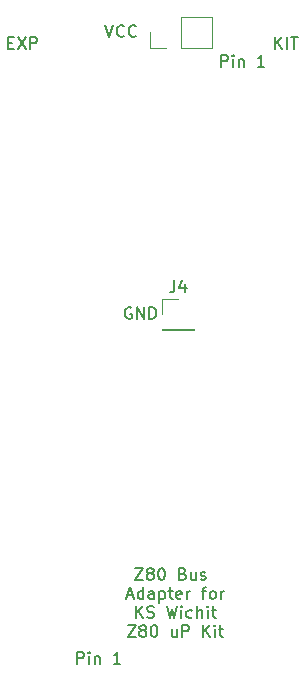
<source format=gto>
G04 #@! TF.GenerationSoftware,KiCad,Pcbnew,7.0.10*
G04 #@! TF.CreationDate,2024-08-03T14:28:38+12:00*
G04 #@! TF.ProjectId,Z80 Bus Adapter,5a383020-4275-4732-9041-646170746572,rev?*
G04 #@! TF.SameCoordinates,Original*
G04 #@! TF.FileFunction,Legend,Top*
G04 #@! TF.FilePolarity,Positive*
%FSLAX46Y46*%
G04 Gerber Fmt 4.6, Leading zero omitted, Abs format (unit mm)*
G04 Created by KiCad (PCBNEW 7.0.10) date 2024-08-03 14:28:38*
%MOMM*%
%LPD*%
G01*
G04 APERTURE LIST*
%ADD10C,0.150000*%
%ADD11C,0.120000*%
%ADD12R,1.700000X1.700000*%
%ADD13O,1.700000X1.700000*%
G04 APERTURE END LIST*
D10*
X119462779Y-39747819D02*
X119462779Y-38747819D01*
X120034207Y-39747819D02*
X119605636Y-39176390D01*
X120034207Y-38747819D02*
X119462779Y-39319247D01*
X120462779Y-39747819D02*
X120462779Y-38747819D01*
X120796112Y-38747819D02*
X121367540Y-38747819D01*
X121081826Y-39747819D02*
X121081826Y-38747819D01*
X102698779Y-91817819D02*
X102698779Y-90817819D01*
X102698779Y-90817819D02*
X103079731Y-90817819D01*
X103079731Y-90817819D02*
X103174969Y-90865438D01*
X103174969Y-90865438D02*
X103222588Y-90913057D01*
X103222588Y-90913057D02*
X103270207Y-91008295D01*
X103270207Y-91008295D02*
X103270207Y-91151152D01*
X103270207Y-91151152D02*
X103222588Y-91246390D01*
X103222588Y-91246390D02*
X103174969Y-91294009D01*
X103174969Y-91294009D02*
X103079731Y-91341628D01*
X103079731Y-91341628D02*
X102698779Y-91341628D01*
X103698779Y-91817819D02*
X103698779Y-91151152D01*
X103698779Y-90817819D02*
X103651160Y-90865438D01*
X103651160Y-90865438D02*
X103698779Y-90913057D01*
X103698779Y-90913057D02*
X103746398Y-90865438D01*
X103746398Y-90865438D02*
X103698779Y-90817819D01*
X103698779Y-90817819D02*
X103698779Y-90913057D01*
X104174969Y-91151152D02*
X104174969Y-91817819D01*
X104174969Y-91246390D02*
X104222588Y-91198771D01*
X104222588Y-91198771D02*
X104317826Y-91151152D01*
X104317826Y-91151152D02*
X104460683Y-91151152D01*
X104460683Y-91151152D02*
X104555921Y-91198771D01*
X104555921Y-91198771D02*
X104603540Y-91294009D01*
X104603540Y-91294009D02*
X104603540Y-91817819D01*
X106365445Y-91817819D02*
X105794017Y-91817819D01*
X106079731Y-91817819D02*
X106079731Y-90817819D01*
X106079731Y-90817819D02*
X105984493Y-90960676D01*
X105984493Y-90960676D02*
X105889255Y-91055914D01*
X105889255Y-91055914D02*
X105794017Y-91103533D01*
X105095922Y-37731819D02*
X105429255Y-38731819D01*
X105429255Y-38731819D02*
X105762588Y-37731819D01*
X106667350Y-38636580D02*
X106619731Y-38684200D01*
X106619731Y-38684200D02*
X106476874Y-38731819D01*
X106476874Y-38731819D02*
X106381636Y-38731819D01*
X106381636Y-38731819D02*
X106238779Y-38684200D01*
X106238779Y-38684200D02*
X106143541Y-38588961D01*
X106143541Y-38588961D02*
X106095922Y-38493723D01*
X106095922Y-38493723D02*
X106048303Y-38303247D01*
X106048303Y-38303247D02*
X106048303Y-38160390D01*
X106048303Y-38160390D02*
X106095922Y-37969914D01*
X106095922Y-37969914D02*
X106143541Y-37874676D01*
X106143541Y-37874676D02*
X106238779Y-37779438D01*
X106238779Y-37779438D02*
X106381636Y-37731819D01*
X106381636Y-37731819D02*
X106476874Y-37731819D01*
X106476874Y-37731819D02*
X106619731Y-37779438D01*
X106619731Y-37779438D02*
X106667350Y-37827057D01*
X107667350Y-38636580D02*
X107619731Y-38684200D01*
X107619731Y-38684200D02*
X107476874Y-38731819D01*
X107476874Y-38731819D02*
X107381636Y-38731819D01*
X107381636Y-38731819D02*
X107238779Y-38684200D01*
X107238779Y-38684200D02*
X107143541Y-38588961D01*
X107143541Y-38588961D02*
X107095922Y-38493723D01*
X107095922Y-38493723D02*
X107048303Y-38303247D01*
X107048303Y-38303247D02*
X107048303Y-38160390D01*
X107048303Y-38160390D02*
X107095922Y-37969914D01*
X107095922Y-37969914D02*
X107143541Y-37874676D01*
X107143541Y-37874676D02*
X107238779Y-37779438D01*
X107238779Y-37779438D02*
X107381636Y-37731819D01*
X107381636Y-37731819D02*
X107476874Y-37731819D01*
X107476874Y-37731819D02*
X107619731Y-37779438D01*
X107619731Y-37779438D02*
X107667350Y-37827057D01*
X107593238Y-83701819D02*
X108259904Y-83701819D01*
X108259904Y-83701819D02*
X107593238Y-84701819D01*
X107593238Y-84701819D02*
X108259904Y-84701819D01*
X108783714Y-84130390D02*
X108688476Y-84082771D01*
X108688476Y-84082771D02*
X108640857Y-84035152D01*
X108640857Y-84035152D02*
X108593238Y-83939914D01*
X108593238Y-83939914D02*
X108593238Y-83892295D01*
X108593238Y-83892295D02*
X108640857Y-83797057D01*
X108640857Y-83797057D02*
X108688476Y-83749438D01*
X108688476Y-83749438D02*
X108783714Y-83701819D01*
X108783714Y-83701819D02*
X108974190Y-83701819D01*
X108974190Y-83701819D02*
X109069428Y-83749438D01*
X109069428Y-83749438D02*
X109117047Y-83797057D01*
X109117047Y-83797057D02*
X109164666Y-83892295D01*
X109164666Y-83892295D02*
X109164666Y-83939914D01*
X109164666Y-83939914D02*
X109117047Y-84035152D01*
X109117047Y-84035152D02*
X109069428Y-84082771D01*
X109069428Y-84082771D02*
X108974190Y-84130390D01*
X108974190Y-84130390D02*
X108783714Y-84130390D01*
X108783714Y-84130390D02*
X108688476Y-84178009D01*
X108688476Y-84178009D02*
X108640857Y-84225628D01*
X108640857Y-84225628D02*
X108593238Y-84320866D01*
X108593238Y-84320866D02*
X108593238Y-84511342D01*
X108593238Y-84511342D02*
X108640857Y-84606580D01*
X108640857Y-84606580D02*
X108688476Y-84654200D01*
X108688476Y-84654200D02*
X108783714Y-84701819D01*
X108783714Y-84701819D02*
X108974190Y-84701819D01*
X108974190Y-84701819D02*
X109069428Y-84654200D01*
X109069428Y-84654200D02*
X109117047Y-84606580D01*
X109117047Y-84606580D02*
X109164666Y-84511342D01*
X109164666Y-84511342D02*
X109164666Y-84320866D01*
X109164666Y-84320866D02*
X109117047Y-84225628D01*
X109117047Y-84225628D02*
X109069428Y-84178009D01*
X109069428Y-84178009D02*
X108974190Y-84130390D01*
X109783714Y-83701819D02*
X109878952Y-83701819D01*
X109878952Y-83701819D02*
X109974190Y-83749438D01*
X109974190Y-83749438D02*
X110021809Y-83797057D01*
X110021809Y-83797057D02*
X110069428Y-83892295D01*
X110069428Y-83892295D02*
X110117047Y-84082771D01*
X110117047Y-84082771D02*
X110117047Y-84320866D01*
X110117047Y-84320866D02*
X110069428Y-84511342D01*
X110069428Y-84511342D02*
X110021809Y-84606580D01*
X110021809Y-84606580D02*
X109974190Y-84654200D01*
X109974190Y-84654200D02*
X109878952Y-84701819D01*
X109878952Y-84701819D02*
X109783714Y-84701819D01*
X109783714Y-84701819D02*
X109688476Y-84654200D01*
X109688476Y-84654200D02*
X109640857Y-84606580D01*
X109640857Y-84606580D02*
X109593238Y-84511342D01*
X109593238Y-84511342D02*
X109545619Y-84320866D01*
X109545619Y-84320866D02*
X109545619Y-84082771D01*
X109545619Y-84082771D02*
X109593238Y-83892295D01*
X109593238Y-83892295D02*
X109640857Y-83797057D01*
X109640857Y-83797057D02*
X109688476Y-83749438D01*
X109688476Y-83749438D02*
X109783714Y-83701819D01*
X111640857Y-84178009D02*
X111783714Y-84225628D01*
X111783714Y-84225628D02*
X111831333Y-84273247D01*
X111831333Y-84273247D02*
X111878952Y-84368485D01*
X111878952Y-84368485D02*
X111878952Y-84511342D01*
X111878952Y-84511342D02*
X111831333Y-84606580D01*
X111831333Y-84606580D02*
X111783714Y-84654200D01*
X111783714Y-84654200D02*
X111688476Y-84701819D01*
X111688476Y-84701819D02*
X111307524Y-84701819D01*
X111307524Y-84701819D02*
X111307524Y-83701819D01*
X111307524Y-83701819D02*
X111640857Y-83701819D01*
X111640857Y-83701819D02*
X111736095Y-83749438D01*
X111736095Y-83749438D02*
X111783714Y-83797057D01*
X111783714Y-83797057D02*
X111831333Y-83892295D01*
X111831333Y-83892295D02*
X111831333Y-83987533D01*
X111831333Y-83987533D02*
X111783714Y-84082771D01*
X111783714Y-84082771D02*
X111736095Y-84130390D01*
X111736095Y-84130390D02*
X111640857Y-84178009D01*
X111640857Y-84178009D02*
X111307524Y-84178009D01*
X112736095Y-84035152D02*
X112736095Y-84701819D01*
X112307524Y-84035152D02*
X112307524Y-84558961D01*
X112307524Y-84558961D02*
X112355143Y-84654200D01*
X112355143Y-84654200D02*
X112450381Y-84701819D01*
X112450381Y-84701819D02*
X112593238Y-84701819D01*
X112593238Y-84701819D02*
X112688476Y-84654200D01*
X112688476Y-84654200D02*
X112736095Y-84606580D01*
X113164667Y-84654200D02*
X113259905Y-84701819D01*
X113259905Y-84701819D02*
X113450381Y-84701819D01*
X113450381Y-84701819D02*
X113545619Y-84654200D01*
X113545619Y-84654200D02*
X113593238Y-84558961D01*
X113593238Y-84558961D02*
X113593238Y-84511342D01*
X113593238Y-84511342D02*
X113545619Y-84416104D01*
X113545619Y-84416104D02*
X113450381Y-84368485D01*
X113450381Y-84368485D02*
X113307524Y-84368485D01*
X113307524Y-84368485D02*
X113212286Y-84320866D01*
X113212286Y-84320866D02*
X113164667Y-84225628D01*
X113164667Y-84225628D02*
X113164667Y-84178009D01*
X113164667Y-84178009D02*
X113212286Y-84082771D01*
X113212286Y-84082771D02*
X113307524Y-84035152D01*
X113307524Y-84035152D02*
X113450381Y-84035152D01*
X113450381Y-84035152D02*
X113545619Y-84082771D01*
X106950380Y-86026104D02*
X107426570Y-86026104D01*
X106855142Y-86311819D02*
X107188475Y-85311819D01*
X107188475Y-85311819D02*
X107521808Y-86311819D01*
X108283713Y-86311819D02*
X108283713Y-85311819D01*
X108283713Y-86264200D02*
X108188475Y-86311819D01*
X108188475Y-86311819D02*
X107997999Y-86311819D01*
X107997999Y-86311819D02*
X107902761Y-86264200D01*
X107902761Y-86264200D02*
X107855142Y-86216580D01*
X107855142Y-86216580D02*
X107807523Y-86121342D01*
X107807523Y-86121342D02*
X107807523Y-85835628D01*
X107807523Y-85835628D02*
X107855142Y-85740390D01*
X107855142Y-85740390D02*
X107902761Y-85692771D01*
X107902761Y-85692771D02*
X107997999Y-85645152D01*
X107997999Y-85645152D02*
X108188475Y-85645152D01*
X108188475Y-85645152D02*
X108283713Y-85692771D01*
X109188475Y-86311819D02*
X109188475Y-85788009D01*
X109188475Y-85788009D02*
X109140856Y-85692771D01*
X109140856Y-85692771D02*
X109045618Y-85645152D01*
X109045618Y-85645152D02*
X108855142Y-85645152D01*
X108855142Y-85645152D02*
X108759904Y-85692771D01*
X109188475Y-86264200D02*
X109093237Y-86311819D01*
X109093237Y-86311819D02*
X108855142Y-86311819D01*
X108855142Y-86311819D02*
X108759904Y-86264200D01*
X108759904Y-86264200D02*
X108712285Y-86168961D01*
X108712285Y-86168961D02*
X108712285Y-86073723D01*
X108712285Y-86073723D02*
X108759904Y-85978485D01*
X108759904Y-85978485D02*
X108855142Y-85930866D01*
X108855142Y-85930866D02*
X109093237Y-85930866D01*
X109093237Y-85930866D02*
X109188475Y-85883247D01*
X109664666Y-85645152D02*
X109664666Y-86645152D01*
X109664666Y-85692771D02*
X109759904Y-85645152D01*
X109759904Y-85645152D02*
X109950380Y-85645152D01*
X109950380Y-85645152D02*
X110045618Y-85692771D01*
X110045618Y-85692771D02*
X110093237Y-85740390D01*
X110093237Y-85740390D02*
X110140856Y-85835628D01*
X110140856Y-85835628D02*
X110140856Y-86121342D01*
X110140856Y-86121342D02*
X110093237Y-86216580D01*
X110093237Y-86216580D02*
X110045618Y-86264200D01*
X110045618Y-86264200D02*
X109950380Y-86311819D01*
X109950380Y-86311819D02*
X109759904Y-86311819D01*
X109759904Y-86311819D02*
X109664666Y-86264200D01*
X110426571Y-85645152D02*
X110807523Y-85645152D01*
X110569428Y-85311819D02*
X110569428Y-86168961D01*
X110569428Y-86168961D02*
X110617047Y-86264200D01*
X110617047Y-86264200D02*
X110712285Y-86311819D01*
X110712285Y-86311819D02*
X110807523Y-86311819D01*
X111521809Y-86264200D02*
X111426571Y-86311819D01*
X111426571Y-86311819D02*
X111236095Y-86311819D01*
X111236095Y-86311819D02*
X111140857Y-86264200D01*
X111140857Y-86264200D02*
X111093238Y-86168961D01*
X111093238Y-86168961D02*
X111093238Y-85788009D01*
X111093238Y-85788009D02*
X111140857Y-85692771D01*
X111140857Y-85692771D02*
X111236095Y-85645152D01*
X111236095Y-85645152D02*
X111426571Y-85645152D01*
X111426571Y-85645152D02*
X111521809Y-85692771D01*
X111521809Y-85692771D02*
X111569428Y-85788009D01*
X111569428Y-85788009D02*
X111569428Y-85883247D01*
X111569428Y-85883247D02*
X111093238Y-85978485D01*
X111998000Y-86311819D02*
X111998000Y-85645152D01*
X111998000Y-85835628D02*
X112045619Y-85740390D01*
X112045619Y-85740390D02*
X112093238Y-85692771D01*
X112093238Y-85692771D02*
X112188476Y-85645152D01*
X112188476Y-85645152D02*
X112283714Y-85645152D01*
X113236096Y-85645152D02*
X113617048Y-85645152D01*
X113378953Y-86311819D02*
X113378953Y-85454676D01*
X113378953Y-85454676D02*
X113426572Y-85359438D01*
X113426572Y-85359438D02*
X113521810Y-85311819D01*
X113521810Y-85311819D02*
X113617048Y-85311819D01*
X114093239Y-86311819D02*
X113998001Y-86264200D01*
X113998001Y-86264200D02*
X113950382Y-86216580D01*
X113950382Y-86216580D02*
X113902763Y-86121342D01*
X113902763Y-86121342D02*
X113902763Y-85835628D01*
X113902763Y-85835628D02*
X113950382Y-85740390D01*
X113950382Y-85740390D02*
X113998001Y-85692771D01*
X113998001Y-85692771D02*
X114093239Y-85645152D01*
X114093239Y-85645152D02*
X114236096Y-85645152D01*
X114236096Y-85645152D02*
X114331334Y-85692771D01*
X114331334Y-85692771D02*
X114378953Y-85740390D01*
X114378953Y-85740390D02*
X114426572Y-85835628D01*
X114426572Y-85835628D02*
X114426572Y-86121342D01*
X114426572Y-86121342D02*
X114378953Y-86216580D01*
X114378953Y-86216580D02*
X114331334Y-86264200D01*
X114331334Y-86264200D02*
X114236096Y-86311819D01*
X114236096Y-86311819D02*
X114093239Y-86311819D01*
X114855144Y-86311819D02*
X114855144Y-85645152D01*
X114855144Y-85835628D02*
X114902763Y-85740390D01*
X114902763Y-85740390D02*
X114950382Y-85692771D01*
X114950382Y-85692771D02*
X115045620Y-85645152D01*
X115045620Y-85645152D02*
X115140858Y-85645152D01*
X107664667Y-87921819D02*
X107664667Y-86921819D01*
X108236095Y-87921819D02*
X107807524Y-87350390D01*
X108236095Y-86921819D02*
X107664667Y-87493247D01*
X108617048Y-87874200D02*
X108759905Y-87921819D01*
X108759905Y-87921819D02*
X108998000Y-87921819D01*
X108998000Y-87921819D02*
X109093238Y-87874200D01*
X109093238Y-87874200D02*
X109140857Y-87826580D01*
X109140857Y-87826580D02*
X109188476Y-87731342D01*
X109188476Y-87731342D02*
X109188476Y-87636104D01*
X109188476Y-87636104D02*
X109140857Y-87540866D01*
X109140857Y-87540866D02*
X109093238Y-87493247D01*
X109093238Y-87493247D02*
X108998000Y-87445628D01*
X108998000Y-87445628D02*
X108807524Y-87398009D01*
X108807524Y-87398009D02*
X108712286Y-87350390D01*
X108712286Y-87350390D02*
X108664667Y-87302771D01*
X108664667Y-87302771D02*
X108617048Y-87207533D01*
X108617048Y-87207533D02*
X108617048Y-87112295D01*
X108617048Y-87112295D02*
X108664667Y-87017057D01*
X108664667Y-87017057D02*
X108712286Y-86969438D01*
X108712286Y-86969438D02*
X108807524Y-86921819D01*
X108807524Y-86921819D02*
X109045619Y-86921819D01*
X109045619Y-86921819D02*
X109188476Y-86969438D01*
X110283715Y-86921819D02*
X110521810Y-87921819D01*
X110521810Y-87921819D02*
X110712286Y-87207533D01*
X110712286Y-87207533D02*
X110902762Y-87921819D01*
X110902762Y-87921819D02*
X111140858Y-86921819D01*
X111521810Y-87921819D02*
X111521810Y-87255152D01*
X111521810Y-86921819D02*
X111474191Y-86969438D01*
X111474191Y-86969438D02*
X111521810Y-87017057D01*
X111521810Y-87017057D02*
X111569429Y-86969438D01*
X111569429Y-86969438D02*
X111521810Y-86921819D01*
X111521810Y-86921819D02*
X111521810Y-87017057D01*
X112426571Y-87874200D02*
X112331333Y-87921819D01*
X112331333Y-87921819D02*
X112140857Y-87921819D01*
X112140857Y-87921819D02*
X112045619Y-87874200D01*
X112045619Y-87874200D02*
X111998000Y-87826580D01*
X111998000Y-87826580D02*
X111950381Y-87731342D01*
X111950381Y-87731342D02*
X111950381Y-87445628D01*
X111950381Y-87445628D02*
X111998000Y-87350390D01*
X111998000Y-87350390D02*
X112045619Y-87302771D01*
X112045619Y-87302771D02*
X112140857Y-87255152D01*
X112140857Y-87255152D02*
X112331333Y-87255152D01*
X112331333Y-87255152D02*
X112426571Y-87302771D01*
X112855143Y-87921819D02*
X112855143Y-86921819D01*
X113283714Y-87921819D02*
X113283714Y-87398009D01*
X113283714Y-87398009D02*
X113236095Y-87302771D01*
X113236095Y-87302771D02*
X113140857Y-87255152D01*
X113140857Y-87255152D02*
X112998000Y-87255152D01*
X112998000Y-87255152D02*
X112902762Y-87302771D01*
X112902762Y-87302771D02*
X112855143Y-87350390D01*
X113759905Y-87921819D02*
X113759905Y-87255152D01*
X113759905Y-86921819D02*
X113712286Y-86969438D01*
X113712286Y-86969438D02*
X113759905Y-87017057D01*
X113759905Y-87017057D02*
X113807524Y-86969438D01*
X113807524Y-86969438D02*
X113759905Y-86921819D01*
X113759905Y-86921819D02*
X113759905Y-87017057D01*
X114093238Y-87255152D02*
X114474190Y-87255152D01*
X114236095Y-86921819D02*
X114236095Y-87778961D01*
X114236095Y-87778961D02*
X114283714Y-87874200D01*
X114283714Y-87874200D02*
X114378952Y-87921819D01*
X114378952Y-87921819D02*
X114474190Y-87921819D01*
X106974190Y-88531819D02*
X107640856Y-88531819D01*
X107640856Y-88531819D02*
X106974190Y-89531819D01*
X106974190Y-89531819D02*
X107640856Y-89531819D01*
X108164666Y-88960390D02*
X108069428Y-88912771D01*
X108069428Y-88912771D02*
X108021809Y-88865152D01*
X108021809Y-88865152D02*
X107974190Y-88769914D01*
X107974190Y-88769914D02*
X107974190Y-88722295D01*
X107974190Y-88722295D02*
X108021809Y-88627057D01*
X108021809Y-88627057D02*
X108069428Y-88579438D01*
X108069428Y-88579438D02*
X108164666Y-88531819D01*
X108164666Y-88531819D02*
X108355142Y-88531819D01*
X108355142Y-88531819D02*
X108450380Y-88579438D01*
X108450380Y-88579438D02*
X108497999Y-88627057D01*
X108497999Y-88627057D02*
X108545618Y-88722295D01*
X108545618Y-88722295D02*
X108545618Y-88769914D01*
X108545618Y-88769914D02*
X108497999Y-88865152D01*
X108497999Y-88865152D02*
X108450380Y-88912771D01*
X108450380Y-88912771D02*
X108355142Y-88960390D01*
X108355142Y-88960390D02*
X108164666Y-88960390D01*
X108164666Y-88960390D02*
X108069428Y-89008009D01*
X108069428Y-89008009D02*
X108021809Y-89055628D01*
X108021809Y-89055628D02*
X107974190Y-89150866D01*
X107974190Y-89150866D02*
X107974190Y-89341342D01*
X107974190Y-89341342D02*
X108021809Y-89436580D01*
X108021809Y-89436580D02*
X108069428Y-89484200D01*
X108069428Y-89484200D02*
X108164666Y-89531819D01*
X108164666Y-89531819D02*
X108355142Y-89531819D01*
X108355142Y-89531819D02*
X108450380Y-89484200D01*
X108450380Y-89484200D02*
X108497999Y-89436580D01*
X108497999Y-89436580D02*
X108545618Y-89341342D01*
X108545618Y-89341342D02*
X108545618Y-89150866D01*
X108545618Y-89150866D02*
X108497999Y-89055628D01*
X108497999Y-89055628D02*
X108450380Y-89008009D01*
X108450380Y-89008009D02*
X108355142Y-88960390D01*
X109164666Y-88531819D02*
X109259904Y-88531819D01*
X109259904Y-88531819D02*
X109355142Y-88579438D01*
X109355142Y-88579438D02*
X109402761Y-88627057D01*
X109402761Y-88627057D02*
X109450380Y-88722295D01*
X109450380Y-88722295D02*
X109497999Y-88912771D01*
X109497999Y-88912771D02*
X109497999Y-89150866D01*
X109497999Y-89150866D02*
X109450380Y-89341342D01*
X109450380Y-89341342D02*
X109402761Y-89436580D01*
X109402761Y-89436580D02*
X109355142Y-89484200D01*
X109355142Y-89484200D02*
X109259904Y-89531819D01*
X109259904Y-89531819D02*
X109164666Y-89531819D01*
X109164666Y-89531819D02*
X109069428Y-89484200D01*
X109069428Y-89484200D02*
X109021809Y-89436580D01*
X109021809Y-89436580D02*
X108974190Y-89341342D01*
X108974190Y-89341342D02*
X108926571Y-89150866D01*
X108926571Y-89150866D02*
X108926571Y-88912771D01*
X108926571Y-88912771D02*
X108974190Y-88722295D01*
X108974190Y-88722295D02*
X109021809Y-88627057D01*
X109021809Y-88627057D02*
X109069428Y-88579438D01*
X109069428Y-88579438D02*
X109164666Y-88531819D01*
X111117047Y-88865152D02*
X111117047Y-89531819D01*
X110688476Y-88865152D02*
X110688476Y-89388961D01*
X110688476Y-89388961D02*
X110736095Y-89484200D01*
X110736095Y-89484200D02*
X110831333Y-89531819D01*
X110831333Y-89531819D02*
X110974190Y-89531819D01*
X110974190Y-89531819D02*
X111069428Y-89484200D01*
X111069428Y-89484200D02*
X111117047Y-89436580D01*
X111593238Y-89531819D02*
X111593238Y-88531819D01*
X111593238Y-88531819D02*
X111974190Y-88531819D01*
X111974190Y-88531819D02*
X112069428Y-88579438D01*
X112069428Y-88579438D02*
X112117047Y-88627057D01*
X112117047Y-88627057D02*
X112164666Y-88722295D01*
X112164666Y-88722295D02*
X112164666Y-88865152D01*
X112164666Y-88865152D02*
X112117047Y-88960390D01*
X112117047Y-88960390D02*
X112069428Y-89008009D01*
X112069428Y-89008009D02*
X111974190Y-89055628D01*
X111974190Y-89055628D02*
X111593238Y-89055628D01*
X113355143Y-89531819D02*
X113355143Y-88531819D01*
X113926571Y-89531819D02*
X113498000Y-88960390D01*
X113926571Y-88531819D02*
X113355143Y-89103247D01*
X114355143Y-89531819D02*
X114355143Y-88865152D01*
X114355143Y-88531819D02*
X114307524Y-88579438D01*
X114307524Y-88579438D02*
X114355143Y-88627057D01*
X114355143Y-88627057D02*
X114402762Y-88579438D01*
X114402762Y-88579438D02*
X114355143Y-88531819D01*
X114355143Y-88531819D02*
X114355143Y-88627057D01*
X114688476Y-88865152D02*
X115069428Y-88865152D01*
X114831333Y-88531819D02*
X114831333Y-89388961D01*
X114831333Y-89388961D02*
X114878952Y-89484200D01*
X114878952Y-89484200D02*
X114974190Y-89531819D01*
X114974190Y-89531819D02*
X115069428Y-89531819D01*
X96856779Y-39224009D02*
X97190112Y-39224009D01*
X97332969Y-39747819D02*
X96856779Y-39747819D01*
X96856779Y-39747819D02*
X96856779Y-38747819D01*
X96856779Y-38747819D02*
X97332969Y-38747819D01*
X97666303Y-38747819D02*
X98332969Y-39747819D01*
X98332969Y-38747819D02*
X97666303Y-39747819D01*
X98713922Y-39747819D02*
X98713922Y-38747819D01*
X98713922Y-38747819D02*
X99094874Y-38747819D01*
X99094874Y-38747819D02*
X99190112Y-38795438D01*
X99190112Y-38795438D02*
X99237731Y-38843057D01*
X99237731Y-38843057D02*
X99285350Y-38938295D01*
X99285350Y-38938295D02*
X99285350Y-39081152D01*
X99285350Y-39081152D02*
X99237731Y-39176390D01*
X99237731Y-39176390D02*
X99190112Y-39224009D01*
X99190112Y-39224009D02*
X99094874Y-39271628D01*
X99094874Y-39271628D02*
X98713922Y-39271628D01*
X107286588Y-61655438D02*
X107191350Y-61607819D01*
X107191350Y-61607819D02*
X107048493Y-61607819D01*
X107048493Y-61607819D02*
X106905636Y-61655438D01*
X106905636Y-61655438D02*
X106810398Y-61750676D01*
X106810398Y-61750676D02*
X106762779Y-61845914D01*
X106762779Y-61845914D02*
X106715160Y-62036390D01*
X106715160Y-62036390D02*
X106715160Y-62179247D01*
X106715160Y-62179247D02*
X106762779Y-62369723D01*
X106762779Y-62369723D02*
X106810398Y-62464961D01*
X106810398Y-62464961D02*
X106905636Y-62560200D01*
X106905636Y-62560200D02*
X107048493Y-62607819D01*
X107048493Y-62607819D02*
X107143731Y-62607819D01*
X107143731Y-62607819D02*
X107286588Y-62560200D01*
X107286588Y-62560200D02*
X107334207Y-62512580D01*
X107334207Y-62512580D02*
X107334207Y-62179247D01*
X107334207Y-62179247D02*
X107143731Y-62179247D01*
X107762779Y-62607819D02*
X107762779Y-61607819D01*
X107762779Y-61607819D02*
X108334207Y-62607819D01*
X108334207Y-62607819D02*
X108334207Y-61607819D01*
X108810398Y-62607819D02*
X108810398Y-61607819D01*
X108810398Y-61607819D02*
X109048493Y-61607819D01*
X109048493Y-61607819D02*
X109191350Y-61655438D01*
X109191350Y-61655438D02*
X109286588Y-61750676D01*
X109286588Y-61750676D02*
X109334207Y-61845914D01*
X109334207Y-61845914D02*
X109381826Y-62036390D01*
X109381826Y-62036390D02*
X109381826Y-62179247D01*
X109381826Y-62179247D02*
X109334207Y-62369723D01*
X109334207Y-62369723D02*
X109286588Y-62464961D01*
X109286588Y-62464961D02*
X109191350Y-62560200D01*
X109191350Y-62560200D02*
X109048493Y-62607819D01*
X109048493Y-62607819D02*
X108810398Y-62607819D01*
X114890779Y-41271819D02*
X114890779Y-40271819D01*
X114890779Y-40271819D02*
X115271731Y-40271819D01*
X115271731Y-40271819D02*
X115366969Y-40319438D01*
X115366969Y-40319438D02*
X115414588Y-40367057D01*
X115414588Y-40367057D02*
X115462207Y-40462295D01*
X115462207Y-40462295D02*
X115462207Y-40605152D01*
X115462207Y-40605152D02*
X115414588Y-40700390D01*
X115414588Y-40700390D02*
X115366969Y-40748009D01*
X115366969Y-40748009D02*
X115271731Y-40795628D01*
X115271731Y-40795628D02*
X114890779Y-40795628D01*
X115890779Y-41271819D02*
X115890779Y-40605152D01*
X115890779Y-40271819D02*
X115843160Y-40319438D01*
X115843160Y-40319438D02*
X115890779Y-40367057D01*
X115890779Y-40367057D02*
X115938398Y-40319438D01*
X115938398Y-40319438D02*
X115890779Y-40271819D01*
X115890779Y-40271819D02*
X115890779Y-40367057D01*
X116366969Y-40605152D02*
X116366969Y-41271819D01*
X116366969Y-40700390D02*
X116414588Y-40652771D01*
X116414588Y-40652771D02*
X116509826Y-40605152D01*
X116509826Y-40605152D02*
X116652683Y-40605152D01*
X116652683Y-40605152D02*
X116747921Y-40652771D01*
X116747921Y-40652771D02*
X116795540Y-40748009D01*
X116795540Y-40748009D02*
X116795540Y-41271819D01*
X118557445Y-41271819D02*
X117986017Y-41271819D01*
X118271731Y-41271819D02*
X118271731Y-40271819D01*
X118271731Y-40271819D02*
X118176493Y-40414676D01*
X118176493Y-40414676D02*
X118081255Y-40509914D01*
X118081255Y-40509914D02*
X117986017Y-40557533D01*
X110918666Y-59354819D02*
X110918666Y-60069104D01*
X110918666Y-60069104D02*
X110871047Y-60211961D01*
X110871047Y-60211961D02*
X110775809Y-60307200D01*
X110775809Y-60307200D02*
X110632952Y-60354819D01*
X110632952Y-60354819D02*
X110537714Y-60354819D01*
X111823428Y-59688152D02*
X111823428Y-60354819D01*
X111585333Y-59307200D02*
X111347238Y-60021485D01*
X111347238Y-60021485D02*
X111966285Y-60021485D01*
D11*
X108906000Y-39684000D02*
X108906000Y-38354000D01*
X110236000Y-39684000D02*
X108906000Y-39684000D01*
X111506000Y-39684000D02*
X114106000Y-39684000D01*
X111506000Y-39684000D02*
X111506000Y-37024000D01*
X114106000Y-39684000D02*
X114106000Y-37024000D01*
X111506000Y-37024000D02*
X114106000Y-37024000D01*
X109922000Y-60900000D02*
X111252000Y-60900000D01*
X109922000Y-62230000D02*
X109922000Y-60900000D01*
X109922000Y-63500000D02*
X109922000Y-63560000D01*
X109922000Y-63500000D02*
X112582000Y-63500000D01*
X109922000Y-63560000D02*
X112582000Y-63560000D01*
X112582000Y-63500000D02*
X112582000Y-63560000D01*
%LPC*%
D12*
X110236000Y-38354000D03*
D13*
X112776000Y-38354000D03*
D12*
X111252000Y-62230000D03*
X120650000Y-41910000D03*
D13*
X123190000Y-41910000D03*
X120650000Y-44450000D03*
X123190000Y-44450000D03*
X120650000Y-46990000D03*
X123190000Y-46990000D03*
X120650000Y-49530000D03*
X123190000Y-49530000D03*
X120650000Y-52070000D03*
X123190000Y-52070000D03*
X120650000Y-54610000D03*
X123190000Y-54610000D03*
X120650000Y-57150000D03*
X123190000Y-57150000D03*
X120650000Y-59690000D03*
X123190000Y-59690000D03*
X120650000Y-62230000D03*
X123190000Y-62230000D03*
X120650000Y-64770000D03*
X123190000Y-64770000D03*
X120650000Y-67310000D03*
X123190000Y-67310000D03*
X120650000Y-69850000D03*
X123190000Y-69850000D03*
X120650000Y-72390000D03*
X123190000Y-72390000D03*
X120650000Y-74930000D03*
X123190000Y-74930000D03*
X120650000Y-77470000D03*
X123190000Y-77470000D03*
X120650000Y-80010000D03*
X123190000Y-80010000D03*
X120650000Y-82550000D03*
X123190000Y-82550000D03*
X120650000Y-85090000D03*
X123190000Y-85090000D03*
X120650000Y-87630000D03*
X123190000Y-87630000D03*
X120650000Y-90170000D03*
X123190000Y-90170000D03*
D12*
X100584000Y-90170000D03*
D13*
X98044000Y-90170000D03*
X100584000Y-87630000D03*
X98044000Y-87630000D03*
X100584000Y-85090000D03*
X98044000Y-85090000D03*
X100584000Y-82550000D03*
X98044000Y-82550000D03*
X100584000Y-80010000D03*
X98044000Y-80010000D03*
X100584000Y-77470000D03*
X98044000Y-77470000D03*
X100584000Y-74930000D03*
X98044000Y-74930000D03*
X100584000Y-72390000D03*
X98044000Y-72390000D03*
X100584000Y-69850000D03*
X98044000Y-69850000D03*
X100584000Y-67310000D03*
X98044000Y-67310000D03*
X100584000Y-64770000D03*
X98044000Y-64770000D03*
X100584000Y-62230000D03*
X98044000Y-62230000D03*
X100584000Y-59690000D03*
X98044000Y-59690000D03*
X100584000Y-57150000D03*
X98044000Y-57150000D03*
X100584000Y-54610000D03*
X98044000Y-54610000D03*
X100584000Y-52070000D03*
X98044000Y-52070000D03*
X100584000Y-49530000D03*
X98044000Y-49530000D03*
X100584000Y-46990000D03*
X98044000Y-46990000D03*
X100584000Y-44450000D03*
X98044000Y-44450000D03*
X100584000Y-41910000D03*
X98044000Y-41910000D03*
%LPD*%
M02*

</source>
